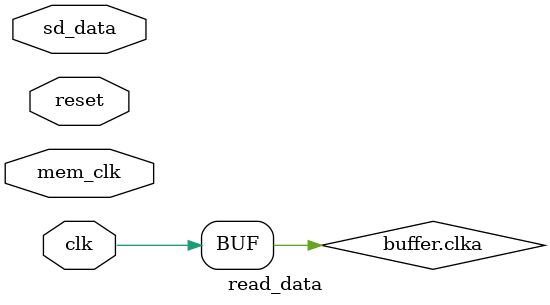
<source format=sv>
/***
 * read_data.sv - whenever we receive a data block, start spitting bytes out
 *                into the audio buffer block ram. This could be clocked at
 *                25MHz default speed clock, or it could swtich over like the
 *                writer has to.
 * @author: Waylon Cude, Dilanthi Prentice
 * @date: 6/12/2025
 *
 ***/
module read_data(
    input clk,
    input mem_clk,
    input reset,
    input [3:0] sd_data,
    audio_buffer_interface.driver buffer
);
//  Block data is a start bit, 512 bytes sent msb first, then a CRC16 and end
//  bit.

// NOTE: This doesn't check which side of the buffer the audio player is
// reading from, so theoretically it could overwrite audio that's being
// played. However, as long as the sd card controller doesn't request extra
// blocks this shouldn't be an issue

localparam BLOCK_SIZE=512*2+16*4+2;
logic [$clog2(BLOCK_SIZE):0] counter;

logic [7:0] byte_shift;

logic [3:0] byte_counter;

assign buffer.clka = clk;

always_ff @(posedge clk) begin
    if (reset) begin
        buffer.ena <= 0;
        // Start negative so adding bytes will get us to the right address
        buffer.addra <= 0 - 512;
        buffer.dina <= 0;
    end
    else begin
        // We ignore the lower 16*4+1 bits of the block
        // CRC is apparently sent on each line, back to back
        if (counter > 16*4) begin
            counter <= counter - 1;
            byte_shift <= {byte_shift[3:0],sd_data};
            byte_counter <= byte_counter - 1;

            // Store received byte in audio buffer and reset counter
            if (byte_counter == 0) begin
                byte_counter <= 1;
                buffer.dina <= {byte_shift[3:0],sd_data};
                buffer.ena <= 1;
            end

            // Turn the enable signal off so we don't accidentally write
            // anything weird
            if (byte_counter == 1) begin
                buffer.addra <= buffer.addra - 1;
            end

        end
        else if (counter != 0) begin
            counter<=counter-1;
            buffer.ena <= 0;
        end
        else if (sd_data == 0) begin
            // In wide bus mode we read bytes in a descending order
            buffer.addra <= buffer.addra + 1024;
            counter <= BLOCK_SIZE;
            byte_counter <= 3;
        end
    end
end

endmodule

</source>
